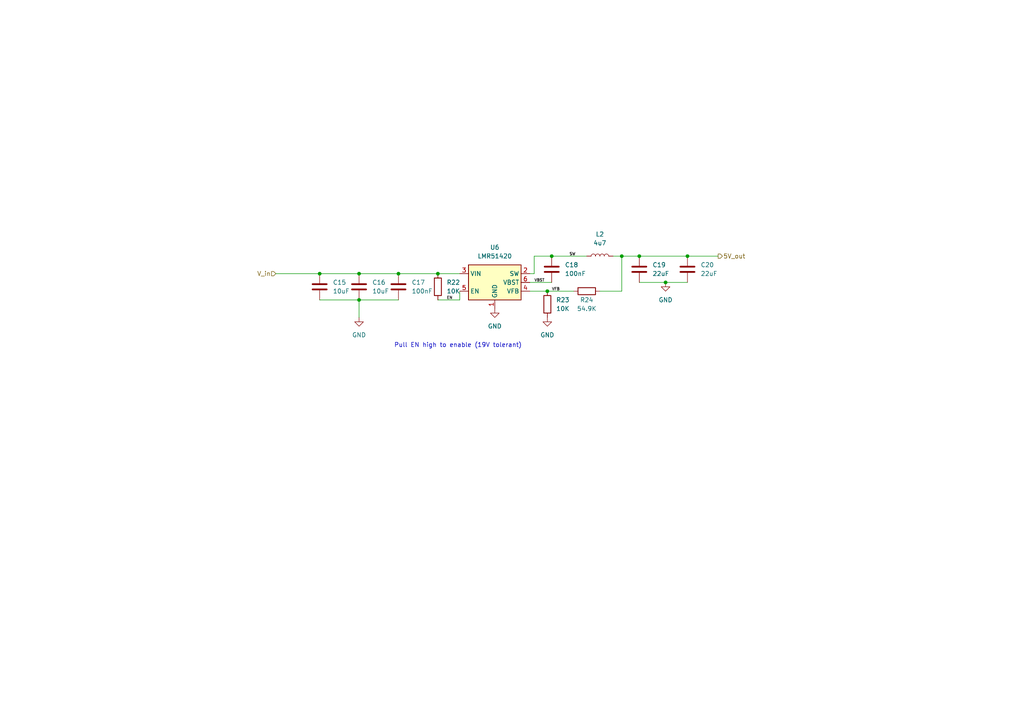
<source format=kicad_sch>
(kicad_sch (version 20211123) (generator eeschema)
  (paper "A4")
  (lib_symbols
    (symbol "Device:C" (pin_numbers hide) (pin_names (offset 0.254))
      (property "Reference" "C" (at 0.635 2.54 0))
      (property "Value" "C" (at 0.635 -2.54 0))
      (symbol "C_0_1"
        (polyline (pts (xy -2.032 -0.762) (xy 2.032 -0.762)) (stroke (width 0.508)))
        (polyline (pts (xy -2.032 0.762) (xy 2.032 0.762)) (stroke (width 0.508)))
      )
      (symbol "C_1_1"
        (pin passive line (at 0 3.81 270) (length 2.794) (name "~") (number "1"))
        (pin passive line (at 0 -3.81 90) (length 2.794) (name "~") (number "2"))
      )
    )
    (symbol "Device:L" (pin_numbers hide) (pin_names (offset 1.016) hide)
      (property "Reference" "L1" (at 0 6.35 90))
      (property "Value" "4u7" (at 0 3.81 90))
      (symbol "L_0_1"
        (arc (start 0 -2.54) (mid 0.635 -1.905) (end 0 -1.27))
        (arc (start 0 -1.27) (mid 0.635 -0.635) (end 0 0))
        (arc (start 0 0) (mid 0.635 0.635) (end 0 1.27))
        (arc (start 0 1.27) (mid 0.635 1.905) (end 0 2.54))
      )
      (symbol "L_1_1"
        (pin passive line (at 0 3.81 270) (length 1.27) (name "1") (number "1"))
        (pin passive line (at 0 -3.81 90) (length 1.27) (name "2") (number "2"))
      )
    )
    (symbol "Device:R" (pin_numbers hide) (pin_names (offset 0))
      (property "Reference" "R" (at 2.032 0 90))
      (property "Value" "R" (at 0 0 90))
      (symbol "R_0_1"
        (rectangle (start -1.016 -2.54) (end 1.016 2.54) (stroke (width 0.254)))
      )
      (symbol "R_1_1"
        (pin passive line (at 0 3.81 270) (length 1.27) (name "~") (number "1"))
        (pin passive line (at 0 -3.81 90) (length 1.27) (name "~") (number "2"))
      )
    )
    (symbol "Regulator_Switching:TPS562200"
      (property "Reference" "U" (at -7.62 6.35 0))
      (property "Value" "TPS562200" (at -2.54 6.35 0))
      (symbol "TPS562200_0_1"
        (rectangle (start -7.62 5.08) (end 7.62 -5.08) (stroke (width 0.254)) (fill (type background)))
      )
      (symbol "TPS562200_1_1"
        (pin power_in line (at 0 -7.62 90) (length 2.54) (name "GND") (number "1"))
        (pin output line (at 10.16 2.54 180) (length 2.54) (name "SW") (number "2"))
        (pin power_in line (at -10.16 2.54 0) (length 2.54) (name "VIN") (number "3"))
        (pin input line (at 10.16 -2.54 180) (length 2.54) (name "VFB") (number "4"))
        (pin input line (at -10.16 -2.54 0) (length 2.54) (name "EN") (number "5"))
        (pin passive line (at 10.16 0 180) (length 2.54) (name "VBST") (number "6"))
      )
    )
    (symbol "power:GND" (power) (pin_names (offset 0))
      (property "Value" "GND" (at 0 -3.81 0))
      (symbol "GND_0_1"
        (polyline (pts (xy 0 0) (xy 0 -1.27) (xy 1.27 -1.27) (xy 0 -2.54) (xy -1.27 -1.27) (xy 0 -1.27)))
      )
      (symbol "GND_1_1"
        (pin power_in line (at 0 0 270) (length 0) hide (name "GND") (number "1"))
      )
    )
  )
  (junction (at 158.75 84.455))
  (junction (at 104.14 79.375))
  (junction (at 104.14 86.995))
  (junction (at 193.04 81.915))
  (junction (at 199.39 74.295))
  (junction (at 180.34 74.295))
  (junction (at 160.02 74.295))
  (junction (at 185.42 74.295))
  (junction (at 115.57 79.375))
  (junction (at 127 79.375))
  (junction (at 92.71 79.375))
  (wire (pts (xy 133.35 86.995) (xy 133.35 84.455)))
  (wire (pts (xy 127 86.995) (xy 133.35 86.995)))
  (wire (pts (xy 153.67 81.915) (xy 160.02 81.915)))
  (wire (pts (xy 185.42 74.295) (xy 199.39 74.295)))
  (wire (pts (xy 158.75 84.455) (xy 166.37 84.455)))
  (wire (pts (xy 80.01 79.375) (xy 92.71 79.375)))
  (wire (pts (xy 115.57 79.375) (xy 127 79.375)))
  (wire (pts (xy 154.94 74.295) (xy 160.02 74.295)))
  (wire (pts (xy 177.8 74.295) (xy 180.34 74.295)))
  (wire (pts (xy 127 79.375) (xy 133.35 79.375)))
  (wire (pts (xy 185.42 81.915) (xy 193.04 81.915)))
  (wire (pts (xy 153.67 79.375) (xy 154.94 79.375)))
  (wire (pts (xy 104.14 86.995) (xy 104.14 92.075)))
  (wire (pts (xy 153.67 84.455) (xy 158.75 84.455)))
  (wire (pts (xy 154.94 79.375) (xy 154.94 74.295)))
  (wire (pts (xy 92.71 86.995) (xy 104.14 86.995)))
  (wire (pts (xy 160.02 74.295) (xy 170.18 74.295)))
  (wire (pts (xy 104.14 79.375) (xy 115.57 79.375)))
  (wire (pts (xy 193.04 81.915) (xy 199.39 81.915)))
  (wire (pts (xy 199.39 74.295) (xy 208.28 74.295)))
  (wire (pts (xy 104.14 86.995) (xy 115.57 86.995)))
  (wire (pts (xy 180.34 84.455) (xy 180.34 74.295)))
  (wire (pts (xy 92.71 79.375) (xy 104.14 79.375)))
  (wire (pts (xy 180.34 74.295) (xy 185.42 74.295)))
  (wire (pts (xy 173.99 84.455) (xy 180.34 84.455)))
  (text "Pull EN high to enable (19V tolerant)\n" (at 114.3 100.965 0) (effects (font (size 1.27 1.27)) (justify left bottom)))
  (label "VBST" (at 154.94 81.915 0) (effects (font (size 0.8 0.8))))
  (label "EN" (at 129.54 86.995 0) (effects (font (size 0.8 0.8))))
  (label "SW" (at 165.1 74.295 0) (effects (font (size 0.8 0.8))))
  (label "VFB" (at 160.02 84.455 0) (effects (font (size 0.8 0.8))))
  (hierarchical_label "5V_out" (shape output) (at 208.28 74.295 0))
  (hierarchical_label "V_in" (shape input) (at 80.01 79.375 180))
  (symbol (lib_id "Device:C") (at 199.39 78.105 0) (unit 1)
    (property "Reference" "C20" (at 203.2 76.8349 0) (effects (justify left)))
    (property "Value" "22uF" (at 203.2 79.3749 0) (effects (justify left)))
    (property "Footprint" "Capacitor_SMD:C_0603_1608Metric_Pad1.08x0.95mm_HandSolder" (effects hide))
  )
  (symbol (lib_id "power:GND") (at 193.04 81.915 0) (unit 1)
    (property "Reference" "#PWR062" (effects hide))
    (property "Value" "GND" (at 193.04 86.995 0))
  )
  (symbol (lib_id "Device:C") (at 185.42 78.105 0) (unit 1)
    (property "Reference" "C19" (at 189.23 76.8349 0) (effects (justify left)))
    (property "Value" "22uF" (at 189.23 79.3749 0) (effects (justify left)))
    (property "Footprint" "Capacitor_SMD:C_0603_1608Metric_Pad1.08x0.95mm_HandSolder" (effects hide))
  )
  (symbol (lib_id "Device:C") (at 92.71 83.185 0) (unit 1)
    (property "Reference" "C15" (at 96.52 81.9149 0) (effects (justify left)))
    (property "Value" "10uF" (at 96.52 84.4549 0) (effects (justify left)))
    (property "Footprint" "Capacitor_SMD:C_0603_1608Metric_Pad1.08x0.95mm_HandSolder" (effects hide))
  )
  (symbol (lib_id "Device:C") (at 104.14 83.185 0) (unit 1)
    (property "Reference" "C16" (at 107.95 81.9149 0) (effects (justify left)))
    (property "Value" "10uF" (at 107.95 84.4549 0) (effects (justify left)))
    (property "Footprint" "Capacitor_SMD:C_0603_1608Metric_Pad1.08x0.95mm_HandSolder" (effects hide))
  )
  (symbol (lib_id "Device:C") (at 115.57 83.185 0) (unit 1)
    (property "Reference" "C17" (at 119.38 81.9149 0) (effects (justify left)))
    (property "Value" "100nF" (at 119.38 84.4549 0) (effects (justify left)))
    (property "Footprint" "Capacitor_SMD:C_0603_1608Metric_Pad1.08x0.95mm_HandSolder" (effects hide))
  )
  (symbol (lib_id "power:GND") (at 143.51 89.535 0) (unit 1)
    (property "Reference" "#PWR060" (effects hide))
    (property "Value" "GND" (at 143.51 94.615 0))
  )
  (symbol (lib_id "Device:R") (at 170.18 84.455 90) (unit 1)
    (property "Reference" "R24" (at 170.18 86.995 90))
    (property "Value" "54.9K" (at 170.18 89.535 90))
    (property "Footprint" "Resistor_SMD:R_0603_1608Metric_Pad0.98x0.95mm_HandSolder" (effects hide))
  )
  (symbol (lib_id "Device:R") (at 127 83.185 0) (unit 1)
    (property "Reference" "R22" (at 129.54 81.9149 0) (effects (justify left)))
    (property "Value" "10K" (at 129.54 84.4549 0) (effects (justify left)))
    (property "Footprint" "Resistor_SMD:R_0603_1608Metric_Pad0.98x0.95mm_HandSolder" (effects hide))
  )
  (symbol (lib_id "power:GND") (at 158.75 92.075 0) (unit 1)
    (property "Reference" "#PWR061" (effects hide))
    (property "Value" "GND" (at 158.75 97.155 0))
  )
  (symbol (lib_id "Regulator_Switching:TPS562200") (at 143.51 81.915 0) (unit 1)
    (property "Reference" "U6" (at 143.51 71.755 0))
    (property "Value" "LMR51420" (at 143.51 74.295 0))
    (property "Footprint" "Package_TO_SOT_SMD:SOT-23-6" (effects hide))
    (property "Datasheet" "https://www.ti.com/lit/ds/symlink/lmr51420.pdf?ts=1667094809731&ref_url=https%253A%252F%252Fwww.ti.com%252Fproduct%252FLMR51420" (effects hide))
  )
  (symbol (lib_id "Device:C") (at 160.02 78.105 0) (unit 1)
    (property "Reference" "C18" (at 163.83 76.8349 0) (effects (justify left)))
    (property "Value" "100nF" (at 163.83 79.3749 0) (effects (justify left)))
    (property "Footprint" "Capacitor_SMD:C_0603_1608Metric_Pad1.08x0.95mm_HandSolder" (effects hide))
  )
  (symbol (lib_id "Device:R") (at 158.75 88.265 0) (unit 1)
    (property "Reference" "R23" (at 161.29 86.9949 0) (effects (justify left)))
    (property "Value" "10K" (at 161.29 89.5349 0) (effects (justify left)))
    (property "Footprint" "Resistor_SMD:R_0603_1608Metric_Pad0.98x0.95mm_HandSolder" (effects hide))
  )
  (symbol (lib_id "Device:L") (at 173.99 74.295 90) (unit 1)
    (property "Reference" "L2" (at 173.99 67.945 90))
    (property "Value" "4u7" (at 173.99 70.485 90))
    (property "Footprint" "Inductor_SMD:L_Sunlord_MWSA0518_5.4x5.2mm" (effects hide))
    (property "Datasheet" "https://datasheet.lcsc.com/lcsc/1912111437_Sunlord-MWSA0503S-4R7MT_C408410.pdf" (effects hide))
    (property "Part #" "C408410" (effects hide))
  )
  (symbol (lib_id "power:GND") (at 104.14 92.075 0) (unit 1)
    (property "Reference" "#PWR059" (effects hide))
    (property "Value" "GND" (at 104.14 97.155 0))
  )
)
</source>
